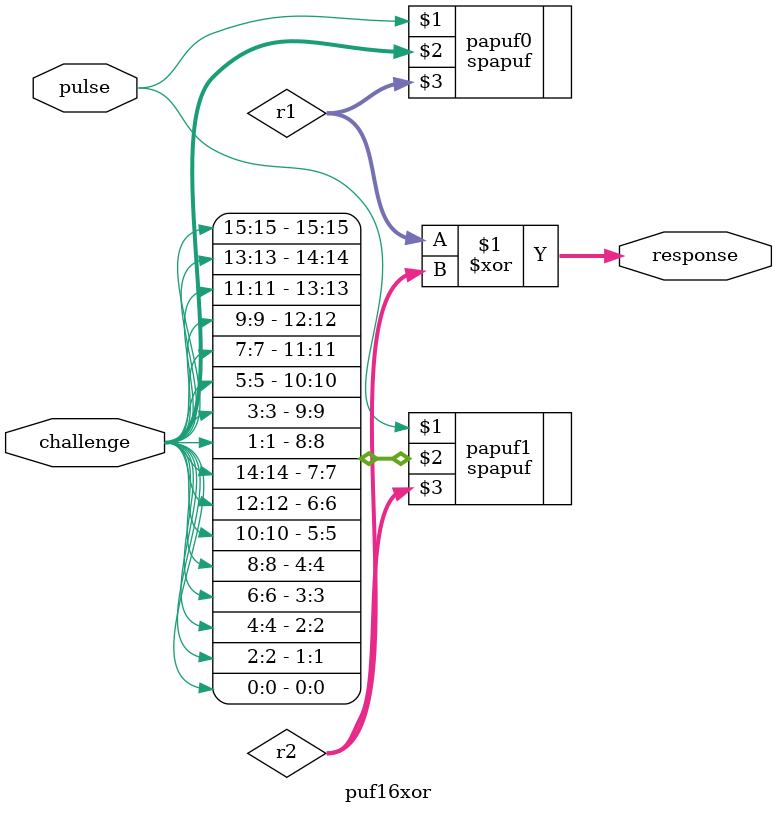
<source format=v>
module puf16xor(
    input pulse,
    input [15:0]challenge,
    output [15:0]response
);

wire [15:0]r1,r2;

(* DONT_TOUCH = "yes" *)spapuf papuf0(pulse,challenge,r1);
(* DONT_TOUCH = "yes" *)spapuf papuf1(pulse,{challenge[15],challenge[13],challenge[11],challenge[9],challenge[7],challenge[5],challenge[3],challenge[1],challenge[14],challenge[12],challenge[10],challenge[8],challenge[6],challenge[4],challenge[2],challenge[0]},r2);

assign response = r1 ^ r2;


endmodule
</source>
